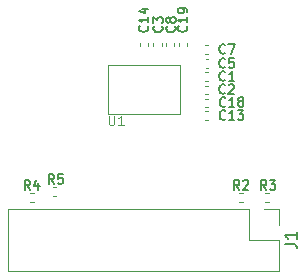
<source format=gbr>
%TF.GenerationSoftware,KiCad,Pcbnew,7.0.5*%
%TF.CreationDate,2024-03-10T15:58:08+09:00*%
%TF.ProjectId,camera_exp,63616d65-7261-45f6-9578-702e6b696361,rev?*%
%TF.SameCoordinates,Original*%
%TF.FileFunction,Legend,Top*%
%TF.FilePolarity,Positive*%
%FSLAX46Y46*%
G04 Gerber Fmt 4.6, Leading zero omitted, Abs format (unit mm)*
G04 Created by KiCad (PCBNEW 7.0.5) date 2024-03-10 15:58:08*
%MOMM*%
%LPD*%
G01*
G04 APERTURE LIST*
%ADD10C,0.150000*%
%ADD11C,0.100000*%
%ADD12C,0.120000*%
G04 APERTURE END LIST*
D10*
%TO.C,J1*%
X104404819Y-59163333D02*
X105119104Y-59163333D01*
X105119104Y-59163333D02*
X105261961Y-59210952D01*
X105261961Y-59210952D02*
X105357200Y-59306190D01*
X105357200Y-59306190D02*
X105404819Y-59449047D01*
X105404819Y-59449047D02*
X105404819Y-59544285D01*
X105404819Y-58163333D02*
X105404819Y-58734761D01*
X105404819Y-58449047D02*
X104404819Y-58449047D01*
X104404819Y-58449047D02*
X104547676Y-58544285D01*
X104547676Y-58544285D02*
X104642914Y-58639523D01*
X104642914Y-58639523D02*
X104690533Y-58734761D01*
D11*
%TO.C,U1*%
X89520476Y-48314895D02*
X89520476Y-48962514D01*
X89520476Y-48962514D02*
X89558571Y-49038704D01*
X89558571Y-49038704D02*
X89596666Y-49076800D01*
X89596666Y-49076800D02*
X89672857Y-49114895D01*
X89672857Y-49114895D02*
X89825238Y-49114895D01*
X89825238Y-49114895D02*
X89901428Y-49076800D01*
X89901428Y-49076800D02*
X89939523Y-49038704D01*
X89939523Y-49038704D02*
X89977619Y-48962514D01*
X89977619Y-48962514D02*
X89977619Y-48314895D01*
X90777618Y-49114895D02*
X90320475Y-49114895D01*
X90549047Y-49114895D02*
X90549047Y-48314895D01*
X90549047Y-48314895D02*
X90472856Y-48429180D01*
X90472856Y-48429180D02*
X90396666Y-48505371D01*
X90396666Y-48505371D02*
X90320475Y-48543466D01*
D10*
%TO.C,C14*%
X92786104Y-40714285D02*
X92824200Y-40752381D01*
X92824200Y-40752381D02*
X92862295Y-40866666D01*
X92862295Y-40866666D02*
X92862295Y-40942857D01*
X92862295Y-40942857D02*
X92824200Y-41057143D01*
X92824200Y-41057143D02*
X92748009Y-41133333D01*
X92748009Y-41133333D02*
X92671819Y-41171428D01*
X92671819Y-41171428D02*
X92519438Y-41209524D01*
X92519438Y-41209524D02*
X92405152Y-41209524D01*
X92405152Y-41209524D02*
X92252771Y-41171428D01*
X92252771Y-41171428D02*
X92176580Y-41133333D01*
X92176580Y-41133333D02*
X92100390Y-41057143D01*
X92100390Y-41057143D02*
X92062295Y-40942857D01*
X92062295Y-40942857D02*
X92062295Y-40866666D01*
X92062295Y-40866666D02*
X92100390Y-40752381D01*
X92100390Y-40752381D02*
X92138485Y-40714285D01*
X92862295Y-39952381D02*
X92862295Y-40409524D01*
X92862295Y-40180952D02*
X92062295Y-40180952D01*
X92062295Y-40180952D02*
X92176580Y-40257143D01*
X92176580Y-40257143D02*
X92252771Y-40333333D01*
X92252771Y-40333333D02*
X92290866Y-40409524D01*
X92328961Y-39266666D02*
X92862295Y-39266666D01*
X92024200Y-39457142D02*
X92595628Y-39647619D01*
X92595628Y-39647619D02*
X92595628Y-39152380D01*
%TO.C,C2*%
X99366667Y-46386104D02*
X99328571Y-46424200D01*
X99328571Y-46424200D02*
X99214286Y-46462295D01*
X99214286Y-46462295D02*
X99138095Y-46462295D01*
X99138095Y-46462295D02*
X99023809Y-46424200D01*
X99023809Y-46424200D02*
X98947619Y-46348009D01*
X98947619Y-46348009D02*
X98909524Y-46271819D01*
X98909524Y-46271819D02*
X98871428Y-46119438D01*
X98871428Y-46119438D02*
X98871428Y-46005152D01*
X98871428Y-46005152D02*
X98909524Y-45852771D01*
X98909524Y-45852771D02*
X98947619Y-45776580D01*
X98947619Y-45776580D02*
X99023809Y-45700390D01*
X99023809Y-45700390D02*
X99138095Y-45662295D01*
X99138095Y-45662295D02*
X99214286Y-45662295D01*
X99214286Y-45662295D02*
X99328571Y-45700390D01*
X99328571Y-45700390D02*
X99366667Y-45738485D01*
X99671428Y-45738485D02*
X99709524Y-45700390D01*
X99709524Y-45700390D02*
X99785714Y-45662295D01*
X99785714Y-45662295D02*
X99976190Y-45662295D01*
X99976190Y-45662295D02*
X100052381Y-45700390D01*
X100052381Y-45700390D02*
X100090476Y-45738485D01*
X100090476Y-45738485D02*
X100128571Y-45814676D01*
X100128571Y-45814676D02*
X100128571Y-45890866D01*
X100128571Y-45890866D02*
X100090476Y-46005152D01*
X100090476Y-46005152D02*
X99633333Y-46462295D01*
X99633333Y-46462295D02*
X100128571Y-46462295D01*
%TO.C,C8*%
X95086104Y-40733332D02*
X95124200Y-40771428D01*
X95124200Y-40771428D02*
X95162295Y-40885713D01*
X95162295Y-40885713D02*
X95162295Y-40961904D01*
X95162295Y-40961904D02*
X95124200Y-41076190D01*
X95124200Y-41076190D02*
X95048009Y-41152380D01*
X95048009Y-41152380D02*
X94971819Y-41190475D01*
X94971819Y-41190475D02*
X94819438Y-41228571D01*
X94819438Y-41228571D02*
X94705152Y-41228571D01*
X94705152Y-41228571D02*
X94552771Y-41190475D01*
X94552771Y-41190475D02*
X94476580Y-41152380D01*
X94476580Y-41152380D02*
X94400390Y-41076190D01*
X94400390Y-41076190D02*
X94362295Y-40961904D01*
X94362295Y-40961904D02*
X94362295Y-40885713D01*
X94362295Y-40885713D02*
X94400390Y-40771428D01*
X94400390Y-40771428D02*
X94438485Y-40733332D01*
X94705152Y-40276190D02*
X94667057Y-40352380D01*
X94667057Y-40352380D02*
X94628961Y-40390475D01*
X94628961Y-40390475D02*
X94552771Y-40428571D01*
X94552771Y-40428571D02*
X94514676Y-40428571D01*
X94514676Y-40428571D02*
X94438485Y-40390475D01*
X94438485Y-40390475D02*
X94400390Y-40352380D01*
X94400390Y-40352380D02*
X94362295Y-40276190D01*
X94362295Y-40276190D02*
X94362295Y-40123809D01*
X94362295Y-40123809D02*
X94400390Y-40047618D01*
X94400390Y-40047618D02*
X94438485Y-40009523D01*
X94438485Y-40009523D02*
X94514676Y-39971428D01*
X94514676Y-39971428D02*
X94552771Y-39971428D01*
X94552771Y-39971428D02*
X94628961Y-40009523D01*
X94628961Y-40009523D02*
X94667057Y-40047618D01*
X94667057Y-40047618D02*
X94705152Y-40123809D01*
X94705152Y-40123809D02*
X94705152Y-40276190D01*
X94705152Y-40276190D02*
X94743247Y-40352380D01*
X94743247Y-40352380D02*
X94781342Y-40390475D01*
X94781342Y-40390475D02*
X94857533Y-40428571D01*
X94857533Y-40428571D02*
X95009914Y-40428571D01*
X95009914Y-40428571D02*
X95086104Y-40390475D01*
X95086104Y-40390475D02*
X95124200Y-40352380D01*
X95124200Y-40352380D02*
X95162295Y-40276190D01*
X95162295Y-40276190D02*
X95162295Y-40123809D01*
X95162295Y-40123809D02*
X95124200Y-40047618D01*
X95124200Y-40047618D02*
X95086104Y-40009523D01*
X95086104Y-40009523D02*
X95009914Y-39971428D01*
X95009914Y-39971428D02*
X94857533Y-39971428D01*
X94857533Y-39971428D02*
X94781342Y-40009523D01*
X94781342Y-40009523D02*
X94743247Y-40047618D01*
X94743247Y-40047618D02*
X94705152Y-40123809D01*
%TO.C,R3*%
X102856667Y-54562295D02*
X102590000Y-54181342D01*
X102399524Y-54562295D02*
X102399524Y-53762295D01*
X102399524Y-53762295D02*
X102704286Y-53762295D01*
X102704286Y-53762295D02*
X102780476Y-53800390D01*
X102780476Y-53800390D02*
X102818571Y-53838485D01*
X102818571Y-53838485D02*
X102856667Y-53914676D01*
X102856667Y-53914676D02*
X102856667Y-54028961D01*
X102856667Y-54028961D02*
X102818571Y-54105152D01*
X102818571Y-54105152D02*
X102780476Y-54143247D01*
X102780476Y-54143247D02*
X102704286Y-54181342D01*
X102704286Y-54181342D02*
X102399524Y-54181342D01*
X103123333Y-53762295D02*
X103618571Y-53762295D01*
X103618571Y-53762295D02*
X103351905Y-54067057D01*
X103351905Y-54067057D02*
X103466190Y-54067057D01*
X103466190Y-54067057D02*
X103542381Y-54105152D01*
X103542381Y-54105152D02*
X103580476Y-54143247D01*
X103580476Y-54143247D02*
X103618571Y-54219438D01*
X103618571Y-54219438D02*
X103618571Y-54409914D01*
X103618571Y-54409914D02*
X103580476Y-54486104D01*
X103580476Y-54486104D02*
X103542381Y-54524200D01*
X103542381Y-54524200D02*
X103466190Y-54562295D01*
X103466190Y-54562295D02*
X103237619Y-54562295D01*
X103237619Y-54562295D02*
X103161428Y-54524200D01*
X103161428Y-54524200D02*
X103123333Y-54486104D01*
%TO.C,R2*%
X100566667Y-54562295D02*
X100300000Y-54181342D01*
X100109524Y-54562295D02*
X100109524Y-53762295D01*
X100109524Y-53762295D02*
X100414286Y-53762295D01*
X100414286Y-53762295D02*
X100490476Y-53800390D01*
X100490476Y-53800390D02*
X100528571Y-53838485D01*
X100528571Y-53838485D02*
X100566667Y-53914676D01*
X100566667Y-53914676D02*
X100566667Y-54028961D01*
X100566667Y-54028961D02*
X100528571Y-54105152D01*
X100528571Y-54105152D02*
X100490476Y-54143247D01*
X100490476Y-54143247D02*
X100414286Y-54181342D01*
X100414286Y-54181342D02*
X100109524Y-54181342D01*
X100871428Y-53838485D02*
X100909524Y-53800390D01*
X100909524Y-53800390D02*
X100985714Y-53762295D01*
X100985714Y-53762295D02*
X101176190Y-53762295D01*
X101176190Y-53762295D02*
X101252381Y-53800390D01*
X101252381Y-53800390D02*
X101290476Y-53838485D01*
X101290476Y-53838485D02*
X101328571Y-53914676D01*
X101328571Y-53914676D02*
X101328571Y-53990866D01*
X101328571Y-53990866D02*
X101290476Y-54105152D01*
X101290476Y-54105152D02*
X100833333Y-54562295D01*
X100833333Y-54562295D02*
X101328571Y-54562295D01*
%TO.C,C5*%
X99366667Y-44186104D02*
X99328571Y-44224200D01*
X99328571Y-44224200D02*
X99214286Y-44262295D01*
X99214286Y-44262295D02*
X99138095Y-44262295D01*
X99138095Y-44262295D02*
X99023809Y-44224200D01*
X99023809Y-44224200D02*
X98947619Y-44148009D01*
X98947619Y-44148009D02*
X98909524Y-44071819D01*
X98909524Y-44071819D02*
X98871428Y-43919438D01*
X98871428Y-43919438D02*
X98871428Y-43805152D01*
X98871428Y-43805152D02*
X98909524Y-43652771D01*
X98909524Y-43652771D02*
X98947619Y-43576580D01*
X98947619Y-43576580D02*
X99023809Y-43500390D01*
X99023809Y-43500390D02*
X99138095Y-43462295D01*
X99138095Y-43462295D02*
X99214286Y-43462295D01*
X99214286Y-43462295D02*
X99328571Y-43500390D01*
X99328571Y-43500390D02*
X99366667Y-43538485D01*
X100090476Y-43462295D02*
X99709524Y-43462295D01*
X99709524Y-43462295D02*
X99671428Y-43843247D01*
X99671428Y-43843247D02*
X99709524Y-43805152D01*
X99709524Y-43805152D02*
X99785714Y-43767057D01*
X99785714Y-43767057D02*
X99976190Y-43767057D01*
X99976190Y-43767057D02*
X100052381Y-43805152D01*
X100052381Y-43805152D02*
X100090476Y-43843247D01*
X100090476Y-43843247D02*
X100128571Y-43919438D01*
X100128571Y-43919438D02*
X100128571Y-44109914D01*
X100128571Y-44109914D02*
X100090476Y-44186104D01*
X100090476Y-44186104D02*
X100052381Y-44224200D01*
X100052381Y-44224200D02*
X99976190Y-44262295D01*
X99976190Y-44262295D02*
X99785714Y-44262295D01*
X99785714Y-44262295D02*
X99709524Y-44224200D01*
X99709524Y-44224200D02*
X99671428Y-44186104D01*
%TO.C,C18*%
X99385714Y-47486104D02*
X99347618Y-47524200D01*
X99347618Y-47524200D02*
X99233333Y-47562295D01*
X99233333Y-47562295D02*
X99157142Y-47562295D01*
X99157142Y-47562295D02*
X99042856Y-47524200D01*
X99042856Y-47524200D02*
X98966666Y-47448009D01*
X98966666Y-47448009D02*
X98928571Y-47371819D01*
X98928571Y-47371819D02*
X98890475Y-47219438D01*
X98890475Y-47219438D02*
X98890475Y-47105152D01*
X98890475Y-47105152D02*
X98928571Y-46952771D01*
X98928571Y-46952771D02*
X98966666Y-46876580D01*
X98966666Y-46876580D02*
X99042856Y-46800390D01*
X99042856Y-46800390D02*
X99157142Y-46762295D01*
X99157142Y-46762295D02*
X99233333Y-46762295D01*
X99233333Y-46762295D02*
X99347618Y-46800390D01*
X99347618Y-46800390D02*
X99385714Y-46838485D01*
X100147618Y-47562295D02*
X99690475Y-47562295D01*
X99919047Y-47562295D02*
X99919047Y-46762295D01*
X99919047Y-46762295D02*
X99842856Y-46876580D01*
X99842856Y-46876580D02*
X99766666Y-46952771D01*
X99766666Y-46952771D02*
X99690475Y-46990866D01*
X100604761Y-47105152D02*
X100528571Y-47067057D01*
X100528571Y-47067057D02*
X100490476Y-47028961D01*
X100490476Y-47028961D02*
X100452380Y-46952771D01*
X100452380Y-46952771D02*
X100452380Y-46914676D01*
X100452380Y-46914676D02*
X100490476Y-46838485D01*
X100490476Y-46838485D02*
X100528571Y-46800390D01*
X100528571Y-46800390D02*
X100604761Y-46762295D01*
X100604761Y-46762295D02*
X100757142Y-46762295D01*
X100757142Y-46762295D02*
X100833333Y-46800390D01*
X100833333Y-46800390D02*
X100871428Y-46838485D01*
X100871428Y-46838485D02*
X100909523Y-46914676D01*
X100909523Y-46914676D02*
X100909523Y-46952771D01*
X100909523Y-46952771D02*
X100871428Y-47028961D01*
X100871428Y-47028961D02*
X100833333Y-47067057D01*
X100833333Y-47067057D02*
X100757142Y-47105152D01*
X100757142Y-47105152D02*
X100604761Y-47105152D01*
X100604761Y-47105152D02*
X100528571Y-47143247D01*
X100528571Y-47143247D02*
X100490476Y-47181342D01*
X100490476Y-47181342D02*
X100452380Y-47257533D01*
X100452380Y-47257533D02*
X100452380Y-47409914D01*
X100452380Y-47409914D02*
X100490476Y-47486104D01*
X100490476Y-47486104D02*
X100528571Y-47524200D01*
X100528571Y-47524200D02*
X100604761Y-47562295D01*
X100604761Y-47562295D02*
X100757142Y-47562295D01*
X100757142Y-47562295D02*
X100833333Y-47524200D01*
X100833333Y-47524200D02*
X100871428Y-47486104D01*
X100871428Y-47486104D02*
X100909523Y-47409914D01*
X100909523Y-47409914D02*
X100909523Y-47257533D01*
X100909523Y-47257533D02*
X100871428Y-47181342D01*
X100871428Y-47181342D02*
X100833333Y-47143247D01*
X100833333Y-47143247D02*
X100757142Y-47105152D01*
%TO.C,C13*%
X99375714Y-48586104D02*
X99337618Y-48624200D01*
X99337618Y-48624200D02*
X99223333Y-48662295D01*
X99223333Y-48662295D02*
X99147142Y-48662295D01*
X99147142Y-48662295D02*
X99032856Y-48624200D01*
X99032856Y-48624200D02*
X98956666Y-48548009D01*
X98956666Y-48548009D02*
X98918571Y-48471819D01*
X98918571Y-48471819D02*
X98880475Y-48319438D01*
X98880475Y-48319438D02*
X98880475Y-48205152D01*
X98880475Y-48205152D02*
X98918571Y-48052771D01*
X98918571Y-48052771D02*
X98956666Y-47976580D01*
X98956666Y-47976580D02*
X99032856Y-47900390D01*
X99032856Y-47900390D02*
X99147142Y-47862295D01*
X99147142Y-47862295D02*
X99223333Y-47862295D01*
X99223333Y-47862295D02*
X99337618Y-47900390D01*
X99337618Y-47900390D02*
X99375714Y-47938485D01*
X100137618Y-48662295D02*
X99680475Y-48662295D01*
X99909047Y-48662295D02*
X99909047Y-47862295D01*
X99909047Y-47862295D02*
X99832856Y-47976580D01*
X99832856Y-47976580D02*
X99756666Y-48052771D01*
X99756666Y-48052771D02*
X99680475Y-48090866D01*
X100404285Y-47862295D02*
X100899523Y-47862295D01*
X100899523Y-47862295D02*
X100632857Y-48167057D01*
X100632857Y-48167057D02*
X100747142Y-48167057D01*
X100747142Y-48167057D02*
X100823333Y-48205152D01*
X100823333Y-48205152D02*
X100861428Y-48243247D01*
X100861428Y-48243247D02*
X100899523Y-48319438D01*
X100899523Y-48319438D02*
X100899523Y-48509914D01*
X100899523Y-48509914D02*
X100861428Y-48586104D01*
X100861428Y-48586104D02*
X100823333Y-48624200D01*
X100823333Y-48624200D02*
X100747142Y-48662295D01*
X100747142Y-48662295D02*
X100518571Y-48662295D01*
X100518571Y-48662295D02*
X100442380Y-48624200D01*
X100442380Y-48624200D02*
X100404285Y-48586104D01*
%TO.C,C7*%
X99366667Y-42986104D02*
X99328571Y-43024200D01*
X99328571Y-43024200D02*
X99214286Y-43062295D01*
X99214286Y-43062295D02*
X99138095Y-43062295D01*
X99138095Y-43062295D02*
X99023809Y-43024200D01*
X99023809Y-43024200D02*
X98947619Y-42948009D01*
X98947619Y-42948009D02*
X98909524Y-42871819D01*
X98909524Y-42871819D02*
X98871428Y-42719438D01*
X98871428Y-42719438D02*
X98871428Y-42605152D01*
X98871428Y-42605152D02*
X98909524Y-42452771D01*
X98909524Y-42452771D02*
X98947619Y-42376580D01*
X98947619Y-42376580D02*
X99023809Y-42300390D01*
X99023809Y-42300390D02*
X99138095Y-42262295D01*
X99138095Y-42262295D02*
X99214286Y-42262295D01*
X99214286Y-42262295D02*
X99328571Y-42300390D01*
X99328571Y-42300390D02*
X99366667Y-42338485D01*
X99633333Y-42262295D02*
X100166667Y-42262295D01*
X100166667Y-42262295D02*
X99823809Y-43062295D01*
%TO.C,C3*%
X93986104Y-40733332D02*
X94024200Y-40771428D01*
X94024200Y-40771428D02*
X94062295Y-40885713D01*
X94062295Y-40885713D02*
X94062295Y-40961904D01*
X94062295Y-40961904D02*
X94024200Y-41076190D01*
X94024200Y-41076190D02*
X93948009Y-41152380D01*
X93948009Y-41152380D02*
X93871819Y-41190475D01*
X93871819Y-41190475D02*
X93719438Y-41228571D01*
X93719438Y-41228571D02*
X93605152Y-41228571D01*
X93605152Y-41228571D02*
X93452771Y-41190475D01*
X93452771Y-41190475D02*
X93376580Y-41152380D01*
X93376580Y-41152380D02*
X93300390Y-41076190D01*
X93300390Y-41076190D02*
X93262295Y-40961904D01*
X93262295Y-40961904D02*
X93262295Y-40885713D01*
X93262295Y-40885713D02*
X93300390Y-40771428D01*
X93300390Y-40771428D02*
X93338485Y-40733332D01*
X93262295Y-40466666D02*
X93262295Y-39971428D01*
X93262295Y-39971428D02*
X93567057Y-40238094D01*
X93567057Y-40238094D02*
X93567057Y-40123809D01*
X93567057Y-40123809D02*
X93605152Y-40047618D01*
X93605152Y-40047618D02*
X93643247Y-40009523D01*
X93643247Y-40009523D02*
X93719438Y-39971428D01*
X93719438Y-39971428D02*
X93909914Y-39971428D01*
X93909914Y-39971428D02*
X93986104Y-40009523D01*
X93986104Y-40009523D02*
X94024200Y-40047618D01*
X94024200Y-40047618D02*
X94062295Y-40123809D01*
X94062295Y-40123809D02*
X94062295Y-40352380D01*
X94062295Y-40352380D02*
X94024200Y-40428571D01*
X94024200Y-40428571D02*
X93986104Y-40466666D01*
%TO.C,C19*%
X96086104Y-40714285D02*
X96124200Y-40752381D01*
X96124200Y-40752381D02*
X96162295Y-40866666D01*
X96162295Y-40866666D02*
X96162295Y-40942857D01*
X96162295Y-40942857D02*
X96124200Y-41057143D01*
X96124200Y-41057143D02*
X96048009Y-41133333D01*
X96048009Y-41133333D02*
X95971819Y-41171428D01*
X95971819Y-41171428D02*
X95819438Y-41209524D01*
X95819438Y-41209524D02*
X95705152Y-41209524D01*
X95705152Y-41209524D02*
X95552771Y-41171428D01*
X95552771Y-41171428D02*
X95476580Y-41133333D01*
X95476580Y-41133333D02*
X95400390Y-41057143D01*
X95400390Y-41057143D02*
X95362295Y-40942857D01*
X95362295Y-40942857D02*
X95362295Y-40866666D01*
X95362295Y-40866666D02*
X95400390Y-40752381D01*
X95400390Y-40752381D02*
X95438485Y-40714285D01*
X96162295Y-39952381D02*
X96162295Y-40409524D01*
X96162295Y-40180952D02*
X95362295Y-40180952D01*
X95362295Y-40180952D02*
X95476580Y-40257143D01*
X95476580Y-40257143D02*
X95552771Y-40333333D01*
X95552771Y-40333333D02*
X95590866Y-40409524D01*
X96162295Y-39571428D02*
X96162295Y-39419047D01*
X96162295Y-39419047D02*
X96124200Y-39342857D01*
X96124200Y-39342857D02*
X96086104Y-39304761D01*
X96086104Y-39304761D02*
X95971819Y-39228571D01*
X95971819Y-39228571D02*
X95819438Y-39190476D01*
X95819438Y-39190476D02*
X95514676Y-39190476D01*
X95514676Y-39190476D02*
X95438485Y-39228571D01*
X95438485Y-39228571D02*
X95400390Y-39266666D01*
X95400390Y-39266666D02*
X95362295Y-39342857D01*
X95362295Y-39342857D02*
X95362295Y-39495238D01*
X95362295Y-39495238D02*
X95400390Y-39571428D01*
X95400390Y-39571428D02*
X95438485Y-39609523D01*
X95438485Y-39609523D02*
X95514676Y-39647619D01*
X95514676Y-39647619D02*
X95705152Y-39647619D01*
X95705152Y-39647619D02*
X95781342Y-39609523D01*
X95781342Y-39609523D02*
X95819438Y-39571428D01*
X95819438Y-39571428D02*
X95857533Y-39495238D01*
X95857533Y-39495238D02*
X95857533Y-39342857D01*
X95857533Y-39342857D02*
X95819438Y-39266666D01*
X95819438Y-39266666D02*
X95781342Y-39228571D01*
X95781342Y-39228571D02*
X95705152Y-39190476D01*
%TO.C,R5*%
X84866667Y-54062295D02*
X84600000Y-53681342D01*
X84409524Y-54062295D02*
X84409524Y-53262295D01*
X84409524Y-53262295D02*
X84714286Y-53262295D01*
X84714286Y-53262295D02*
X84790476Y-53300390D01*
X84790476Y-53300390D02*
X84828571Y-53338485D01*
X84828571Y-53338485D02*
X84866667Y-53414676D01*
X84866667Y-53414676D02*
X84866667Y-53528961D01*
X84866667Y-53528961D02*
X84828571Y-53605152D01*
X84828571Y-53605152D02*
X84790476Y-53643247D01*
X84790476Y-53643247D02*
X84714286Y-53681342D01*
X84714286Y-53681342D02*
X84409524Y-53681342D01*
X85590476Y-53262295D02*
X85209524Y-53262295D01*
X85209524Y-53262295D02*
X85171428Y-53643247D01*
X85171428Y-53643247D02*
X85209524Y-53605152D01*
X85209524Y-53605152D02*
X85285714Y-53567057D01*
X85285714Y-53567057D02*
X85476190Y-53567057D01*
X85476190Y-53567057D02*
X85552381Y-53605152D01*
X85552381Y-53605152D02*
X85590476Y-53643247D01*
X85590476Y-53643247D02*
X85628571Y-53719438D01*
X85628571Y-53719438D02*
X85628571Y-53909914D01*
X85628571Y-53909914D02*
X85590476Y-53986104D01*
X85590476Y-53986104D02*
X85552381Y-54024200D01*
X85552381Y-54024200D02*
X85476190Y-54062295D01*
X85476190Y-54062295D02*
X85285714Y-54062295D01*
X85285714Y-54062295D02*
X85209524Y-54024200D01*
X85209524Y-54024200D02*
X85171428Y-53986104D01*
%TO.C,R4*%
X82866667Y-54562295D02*
X82600000Y-54181342D01*
X82409524Y-54562295D02*
X82409524Y-53762295D01*
X82409524Y-53762295D02*
X82714286Y-53762295D01*
X82714286Y-53762295D02*
X82790476Y-53800390D01*
X82790476Y-53800390D02*
X82828571Y-53838485D01*
X82828571Y-53838485D02*
X82866667Y-53914676D01*
X82866667Y-53914676D02*
X82866667Y-54028961D01*
X82866667Y-54028961D02*
X82828571Y-54105152D01*
X82828571Y-54105152D02*
X82790476Y-54143247D01*
X82790476Y-54143247D02*
X82714286Y-54181342D01*
X82714286Y-54181342D02*
X82409524Y-54181342D01*
X83552381Y-54028961D02*
X83552381Y-54562295D01*
X83361905Y-53724200D02*
X83171428Y-54295628D01*
X83171428Y-54295628D02*
X83666667Y-54295628D01*
%TO.C,C1*%
X99366667Y-45286104D02*
X99328571Y-45324200D01*
X99328571Y-45324200D02*
X99214286Y-45362295D01*
X99214286Y-45362295D02*
X99138095Y-45362295D01*
X99138095Y-45362295D02*
X99023809Y-45324200D01*
X99023809Y-45324200D02*
X98947619Y-45248009D01*
X98947619Y-45248009D02*
X98909524Y-45171819D01*
X98909524Y-45171819D02*
X98871428Y-45019438D01*
X98871428Y-45019438D02*
X98871428Y-44905152D01*
X98871428Y-44905152D02*
X98909524Y-44752771D01*
X98909524Y-44752771D02*
X98947619Y-44676580D01*
X98947619Y-44676580D02*
X99023809Y-44600390D01*
X99023809Y-44600390D02*
X99138095Y-44562295D01*
X99138095Y-44562295D02*
X99214286Y-44562295D01*
X99214286Y-44562295D02*
X99328571Y-44600390D01*
X99328571Y-44600390D02*
X99366667Y-44638485D01*
X100128571Y-45362295D02*
X99671428Y-45362295D01*
X99900000Y-45362295D02*
X99900000Y-44562295D01*
X99900000Y-44562295D02*
X99823809Y-44676580D01*
X99823809Y-44676580D02*
X99747619Y-44752771D01*
X99747619Y-44752771D02*
X99671428Y-44790866D01*
D12*
%TO.C,J1*%
X80970000Y-56230000D02*
X80970000Y-61430000D01*
X103950000Y-58830000D02*
X103950000Y-61430000D01*
X101350000Y-56230000D02*
X80970000Y-56230000D01*
X102620000Y-56230000D02*
X103950000Y-56230000D01*
X103950000Y-56230000D02*
X103950000Y-57560000D01*
X101350000Y-56230000D02*
X101350000Y-58830000D01*
X103950000Y-61430000D02*
X80970000Y-61430000D01*
X101350000Y-58830000D02*
X103950000Y-58830000D01*
D11*
%TO.C,U1*%
X89469505Y-43996270D02*
X95495505Y-43996270D01*
X95495505Y-43996270D02*
X95495505Y-48130270D01*
X95495505Y-48130270D02*
X89469505Y-48130270D01*
X89469505Y-48130270D02*
X89469505Y-43996270D01*
D12*
%TO.C,C14*%
X92140000Y-42407836D02*
X92140000Y-42192164D01*
X92860000Y-42407836D02*
X92860000Y-42192164D01*
%TO.C,C2*%
X97692164Y-45790000D02*
X97907836Y-45790000D01*
X97692164Y-46510000D02*
X97907836Y-46510000D01*
%TO.C,C8*%
X94340000Y-42407836D02*
X94340000Y-42192164D01*
X95060000Y-42407836D02*
X95060000Y-42192164D01*
%TO.C,R3*%
X103043641Y-54820000D02*
X102736359Y-54820000D01*
X103043641Y-55580000D02*
X102736359Y-55580000D01*
%TO.C,R2*%
X100843641Y-55580000D02*
X100536359Y-55580000D01*
X100843641Y-54820000D02*
X100536359Y-54820000D01*
%TO.C,C5*%
X97702164Y-43510000D02*
X97917836Y-43510000D01*
X97702164Y-44230000D02*
X97917836Y-44230000D01*
%TO.C,C18*%
X97692164Y-46890000D02*
X97907836Y-46890000D01*
X97692164Y-47610000D02*
X97907836Y-47610000D01*
%TO.C,C13*%
X97692164Y-47940000D02*
X97907836Y-47940000D01*
X97692164Y-48660000D02*
X97907836Y-48660000D01*
%TO.C,C7*%
X97692164Y-42340000D02*
X97907836Y-42340000D01*
X97692164Y-43060000D02*
X97907836Y-43060000D01*
%TO.C,C3*%
X93290000Y-42407836D02*
X93290000Y-42192164D01*
X94010000Y-42407836D02*
X94010000Y-42192164D01*
%TO.C,C19*%
X95440000Y-42407836D02*
X95440000Y-42192164D01*
X96160000Y-42407836D02*
X96160000Y-42192164D01*
%TO.C,R5*%
X84746359Y-54320000D02*
X85053641Y-54320000D01*
X84746359Y-55080000D02*
X85053641Y-55080000D01*
%TO.C,R4*%
X82846359Y-54820000D02*
X83153641Y-54820000D01*
X82846359Y-55580000D02*
X83153641Y-55580000D01*
%TO.C,C1*%
X97692164Y-44640000D02*
X97907836Y-44640000D01*
X97692164Y-45360000D02*
X97907836Y-45360000D01*
%TD*%
M02*

</source>
